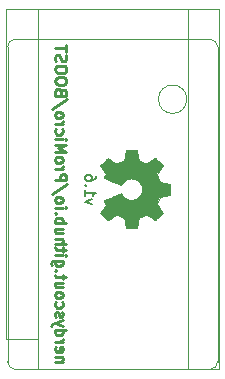
<source format=gbr>
%TF.GenerationSoftware,KiCad,Pcbnew,5.1.5+dfsg1-2~bpo10+1*%
%TF.CreationDate,Date%
%TF.ProjectId,ProMicro_BOOST,50726f4d-6963-4726-9f5f-424f4f53542e,v1.6*%
%TF.SameCoordinates,Original*%
%TF.FileFunction,Legend,Bot*%
%TF.FilePolarity,Positive*%
%FSLAX45Y45*%
G04 Gerber Fmt 4.5, Leading zero omitted, Abs format (unit mm)*
G04 Created by KiCad*
%MOMM*%
%LPD*%
G04 APERTURE LIST*
%ADD10C,0.100000*%
%ADD11C,0.200000*%
%ADD12C,0.237500*%
%ADD13C,0.010000*%
%ADD14C,0.120000*%
%ADD15O,1.600000X1.600000*%
%ADD16R,1.600000X1.600000*%
%ADD17C,2.000000*%
G04 APERTURE END LIST*
D10*
X-127000Y-63500D02*
X-127000Y2603500D01*
X1651000Y2603500D02*
X1651000Y-63500D01*
D11*
X590786Y1268429D02*
X530786Y1289857D01*
X590786Y1311286D01*
X530786Y1392714D02*
X530786Y1341286D01*
X530786Y1367000D02*
X620786Y1367000D01*
X607929Y1358429D01*
X599357Y1349857D01*
X595071Y1341286D01*
X539357Y1431286D02*
X535071Y1435571D01*
X530786Y1431286D01*
X535071Y1427000D01*
X539357Y1431286D01*
X530786Y1431286D01*
X620786Y1512714D02*
X620786Y1495571D01*
X616500Y1487000D01*
X612214Y1482714D01*
X599357Y1474143D01*
X582214Y1469857D01*
X547929Y1469857D01*
X539357Y1474143D01*
X535071Y1478429D01*
X530786Y1487000D01*
X530786Y1504143D01*
X535071Y1512714D01*
X539357Y1517000D01*
X547929Y1521286D01*
X569357Y1521286D01*
X577929Y1517000D01*
X582214Y1512714D01*
X586500Y1504143D01*
X586500Y1487000D01*
X582214Y1478429D01*
X577929Y1474143D01*
X569357Y1469857D01*
D10*
X1651000Y-63500D02*
G75*
G02X1587500Y-127000I-63500J0D01*
G01*
X-63500Y-127000D02*
G75*
G02X-127000Y-63500I0J63500D01*
G01*
X-127000Y2603500D02*
G75*
G02X-63500Y2667000I63500J0D01*
G01*
X1587500Y2667000D02*
G75*
G02X1651000Y2603500I0J-63500D01*
G01*
D12*
X337857Y-62262D02*
X274524Y-62262D01*
X328810Y-62262D02*
X333333Y-57738D01*
X337857Y-48690D01*
X337857Y-35119D01*
X333333Y-26071D01*
X324286Y-21548D01*
X274524Y-21548D01*
X279048Y59881D02*
X274524Y50833D01*
X274524Y32738D01*
X279048Y23690D01*
X288095Y19167D01*
X324286Y19167D01*
X333333Y23690D01*
X337857Y32738D01*
X337857Y50833D01*
X333333Y59881D01*
X324286Y64405D01*
X315238Y64405D01*
X306190Y19167D01*
X274524Y105119D02*
X337857Y105119D01*
X319762Y105119D02*
X328810Y109643D01*
X333333Y114167D01*
X337857Y123214D01*
X337857Y132262D01*
X274524Y204643D02*
X369524Y204643D01*
X279048Y204643D02*
X274524Y195595D01*
X274524Y177500D01*
X279048Y168452D01*
X283571Y163929D01*
X292619Y159405D01*
X319762Y159405D01*
X328810Y163929D01*
X333333Y168452D01*
X337857Y177500D01*
X337857Y195595D01*
X333333Y204643D01*
X337857Y240833D02*
X274524Y263452D01*
X337857Y286072D02*
X274524Y263452D01*
X251905Y254405D01*
X247381Y249881D01*
X242857Y240833D01*
X279048Y317738D02*
X274524Y326786D01*
X274524Y344881D01*
X279048Y353929D01*
X288095Y358452D01*
X292619Y358452D01*
X301667Y353929D01*
X306190Y344881D01*
X306190Y331310D01*
X310714Y322262D01*
X319762Y317738D01*
X324286Y317738D01*
X333333Y322262D01*
X337857Y331310D01*
X337857Y344881D01*
X333333Y353929D01*
X279048Y439881D02*
X274524Y430833D01*
X274524Y412738D01*
X279048Y403690D01*
X283571Y399167D01*
X292619Y394643D01*
X319762Y394643D01*
X328810Y399167D01*
X333333Y403690D01*
X337857Y412738D01*
X337857Y430833D01*
X333333Y439881D01*
X274524Y494167D02*
X279048Y485119D01*
X283571Y480595D01*
X292619Y476071D01*
X319762Y476071D01*
X328810Y480595D01*
X333333Y485119D01*
X337857Y494167D01*
X337857Y507738D01*
X333333Y516786D01*
X328810Y521310D01*
X319762Y525833D01*
X292619Y525833D01*
X283571Y521310D01*
X279048Y516786D01*
X274524Y507738D01*
X274524Y494167D01*
X337857Y607262D02*
X274524Y607262D01*
X337857Y566548D02*
X288095Y566548D01*
X279048Y571072D01*
X274524Y580119D01*
X274524Y593691D01*
X279048Y602738D01*
X283571Y607262D01*
X337857Y638929D02*
X337857Y675119D01*
X369524Y652500D02*
X288095Y652500D01*
X279048Y657024D01*
X274524Y666072D01*
X274524Y675119D01*
X283571Y706786D02*
X279048Y711310D01*
X274524Y706786D01*
X279048Y702262D01*
X283571Y706786D01*
X274524Y706786D01*
X337857Y792738D02*
X260952Y792738D01*
X251905Y788214D01*
X247381Y783690D01*
X242857Y774643D01*
X242857Y761071D01*
X247381Y752024D01*
X279048Y792738D02*
X274524Y783690D01*
X274524Y765595D01*
X279048Y756548D01*
X283571Y752024D01*
X292619Y747500D01*
X319762Y747500D01*
X328810Y752024D01*
X333333Y756548D01*
X337857Y765595D01*
X337857Y783690D01*
X333333Y792738D01*
X274524Y837976D02*
X337857Y837976D01*
X369524Y837976D02*
X365000Y833452D01*
X360476Y837976D01*
X365000Y842500D01*
X369524Y837976D01*
X360476Y837976D01*
X337857Y869643D02*
X337857Y905833D01*
X369524Y883214D02*
X288095Y883214D01*
X279048Y887738D01*
X274524Y896786D01*
X274524Y905833D01*
X274524Y937500D02*
X369524Y937500D01*
X274524Y978214D02*
X324286Y978214D01*
X333333Y973690D01*
X337857Y964643D01*
X337857Y951071D01*
X333333Y942024D01*
X328810Y937500D01*
X337857Y1064167D02*
X274524Y1064167D01*
X337857Y1023452D02*
X288095Y1023452D01*
X279048Y1027976D01*
X274524Y1037024D01*
X274524Y1050595D01*
X279048Y1059643D01*
X283571Y1064167D01*
X274524Y1109405D02*
X369524Y1109405D01*
X333333Y1109405D02*
X337857Y1118452D01*
X337857Y1136548D01*
X333333Y1145595D01*
X328810Y1150119D01*
X319762Y1154643D01*
X292619Y1154643D01*
X283571Y1150119D01*
X279048Y1145595D01*
X274524Y1136548D01*
X274524Y1118452D01*
X279048Y1109405D01*
X283571Y1195357D02*
X279048Y1199881D01*
X274524Y1195357D01*
X279048Y1190833D01*
X283571Y1195357D01*
X274524Y1195357D01*
X274524Y1240595D02*
X337857Y1240595D01*
X369524Y1240595D02*
X365000Y1236072D01*
X360476Y1240595D01*
X365000Y1245119D01*
X369524Y1240595D01*
X360476Y1240595D01*
X274524Y1299405D02*
X279048Y1290357D01*
X283571Y1285833D01*
X292619Y1281310D01*
X319762Y1281310D01*
X328810Y1285833D01*
X333333Y1290357D01*
X337857Y1299405D01*
X337857Y1312976D01*
X333333Y1322024D01*
X328810Y1326548D01*
X319762Y1331072D01*
X292619Y1331072D01*
X283571Y1326548D01*
X279048Y1322024D01*
X274524Y1312976D01*
X274524Y1299405D01*
X374048Y1439643D02*
X251905Y1358214D01*
X274524Y1471310D02*
X369524Y1471310D01*
X369524Y1507500D01*
X365000Y1516548D01*
X360476Y1521071D01*
X351428Y1525595D01*
X337857Y1525595D01*
X328810Y1521071D01*
X324286Y1516548D01*
X319762Y1507500D01*
X319762Y1471310D01*
X274524Y1566310D02*
X337857Y1566310D01*
X319762Y1566310D02*
X328810Y1570833D01*
X333333Y1575357D01*
X337857Y1584405D01*
X337857Y1593452D01*
X274524Y1638690D02*
X279048Y1629643D01*
X283571Y1625119D01*
X292619Y1620595D01*
X319762Y1620595D01*
X328810Y1625119D01*
X333333Y1629643D01*
X337857Y1638690D01*
X337857Y1652262D01*
X333333Y1661310D01*
X328810Y1665833D01*
X319762Y1670357D01*
X292619Y1670357D01*
X283571Y1665833D01*
X279048Y1661310D01*
X274524Y1652262D01*
X274524Y1638690D01*
X274524Y1711071D02*
X369524Y1711071D01*
X301667Y1742738D01*
X369524Y1774405D01*
X274524Y1774405D01*
X274524Y1819643D02*
X337857Y1819643D01*
X369524Y1819643D02*
X365000Y1815119D01*
X360476Y1819643D01*
X365000Y1824167D01*
X369524Y1819643D01*
X360476Y1819643D01*
X279048Y1905595D02*
X274524Y1896548D01*
X274524Y1878452D01*
X279048Y1869405D01*
X283571Y1864881D01*
X292619Y1860357D01*
X319762Y1860357D01*
X328810Y1864881D01*
X333333Y1869405D01*
X337857Y1878452D01*
X337857Y1896548D01*
X333333Y1905595D01*
X274524Y1946310D02*
X337857Y1946310D01*
X319762Y1946310D02*
X328810Y1950833D01*
X333333Y1955357D01*
X337857Y1964405D01*
X337857Y1973452D01*
X274524Y2018690D02*
X279048Y2009643D01*
X283571Y2005119D01*
X292619Y2000595D01*
X319762Y2000595D01*
X328810Y2005119D01*
X333333Y2009643D01*
X337857Y2018690D01*
X337857Y2032262D01*
X333333Y2041310D01*
X328810Y2045833D01*
X319762Y2050357D01*
X292619Y2050357D01*
X283571Y2045833D01*
X279048Y2041310D01*
X274524Y2032262D01*
X274524Y2018690D01*
X374048Y2158929D02*
X251905Y2077500D01*
X324286Y2222262D02*
X319762Y2235833D01*
X315238Y2240357D01*
X306190Y2244881D01*
X292619Y2244881D01*
X283571Y2240357D01*
X279048Y2235833D01*
X274524Y2226786D01*
X274524Y2190595D01*
X369524Y2190595D01*
X369524Y2222262D01*
X365000Y2231310D01*
X360476Y2235833D01*
X351428Y2240357D01*
X342381Y2240357D01*
X333333Y2235833D01*
X328810Y2231310D01*
X324286Y2222262D01*
X324286Y2190595D01*
X369524Y2303691D02*
X369524Y2321786D01*
X365000Y2330833D01*
X355952Y2339881D01*
X337857Y2344405D01*
X306190Y2344405D01*
X288095Y2339881D01*
X279048Y2330833D01*
X274524Y2321786D01*
X274524Y2303691D01*
X279048Y2294643D01*
X288095Y2285595D01*
X306190Y2281072D01*
X337857Y2281072D01*
X355952Y2285595D01*
X365000Y2294643D01*
X369524Y2303691D01*
X369524Y2403214D02*
X369524Y2421310D01*
X365000Y2430357D01*
X355952Y2439405D01*
X337857Y2443929D01*
X306190Y2443929D01*
X288095Y2439405D01*
X279048Y2430357D01*
X274524Y2421310D01*
X274524Y2403214D01*
X279048Y2394167D01*
X288095Y2385119D01*
X306190Y2380595D01*
X337857Y2380595D01*
X355952Y2385119D01*
X365000Y2394167D01*
X369524Y2403214D01*
X279048Y2480119D02*
X274524Y2493691D01*
X274524Y2516310D01*
X279048Y2525357D01*
X283571Y2529881D01*
X292619Y2534405D01*
X301667Y2534405D01*
X310714Y2529881D01*
X315238Y2525357D01*
X319762Y2516310D01*
X324286Y2498214D01*
X328810Y2489167D01*
X333333Y2484643D01*
X342381Y2480119D01*
X351428Y2480119D01*
X360476Y2484643D01*
X365000Y2489167D01*
X369524Y2498214D01*
X369524Y2520833D01*
X365000Y2534405D01*
X369524Y2561548D02*
X369524Y2615833D01*
X274524Y2588691D02*
X369524Y2588691D01*
D10*
X1587500Y2667000D02*
X-63500Y2667000D01*
X-63500Y-127000D02*
X1587500Y-127000D01*
D13*
G36*
X1205607Y1452581D02*
G01*
X1161145Y1460963D01*
X1148395Y1491892D01*
X1135645Y1522821D01*
X1160875Y1559925D01*
X1167900Y1570316D01*
X1174173Y1579709D01*
X1179406Y1587665D01*
X1183314Y1593747D01*
X1185611Y1597516D01*
X1186106Y1598542D01*
X1184832Y1600391D01*
X1181312Y1604342D01*
X1175994Y1609952D01*
X1169328Y1616779D01*
X1161765Y1624379D01*
X1153753Y1632309D01*
X1145743Y1640127D01*
X1138184Y1647391D01*
X1131526Y1653656D01*
X1126218Y1658480D01*
X1122711Y1661421D01*
X1121538Y1662124D01*
X1119374Y1661112D01*
X1114634Y1658276D01*
X1107781Y1653913D01*
X1099279Y1648322D01*
X1089591Y1641801D01*
X1084065Y1638022D01*
X1073975Y1631134D01*
X1064870Y1625014D01*
X1057203Y1619958D01*
X1051427Y1616263D01*
X1047996Y1614226D01*
X1047275Y1613920D01*
X1045225Y1614614D01*
X1040449Y1616505D01*
X1033617Y1619309D01*
X1025401Y1622739D01*
X1016473Y1626511D01*
X1007504Y1630339D01*
X999166Y1633937D01*
X992131Y1637021D01*
X987069Y1639304D01*
X984653Y1640502D01*
X984558Y1640572D01*
X984096Y1642453D01*
X983067Y1647462D01*
X981571Y1655079D01*
X979710Y1664786D01*
X977584Y1676064D01*
X976358Y1682644D01*
X974064Y1694695D01*
X971880Y1705580D01*
X969928Y1714748D01*
X968325Y1721648D01*
X967192Y1725730D01*
X966833Y1726551D01*
X964399Y1727355D01*
X958904Y1728003D01*
X950989Y1728497D01*
X941297Y1728836D01*
X930471Y1729022D01*
X919153Y1729054D01*
X907986Y1728933D01*
X897613Y1728659D01*
X888676Y1728233D01*
X881817Y1727655D01*
X877680Y1726927D01*
X876819Y1726489D01*
X875787Y1723876D01*
X874311Y1718339D01*
X872565Y1710611D01*
X870722Y1701423D01*
X870126Y1698216D01*
X867293Y1682752D01*
X865012Y1670537D01*
X863192Y1661167D01*
X861742Y1654238D01*
X860571Y1649347D01*
X859588Y1646090D01*
X858704Y1644063D01*
X857828Y1642863D01*
X857654Y1642695D01*
X854863Y1641018D01*
X849430Y1638461D01*
X842022Y1635279D01*
X833303Y1631726D01*
X823939Y1628058D01*
X814595Y1624531D01*
X805935Y1621400D01*
X798626Y1618919D01*
X793332Y1617345D01*
X790719Y1616933D01*
X790627Y1616968D01*
X788491Y1618364D01*
X783792Y1621532D01*
X777017Y1626139D01*
X768658Y1631852D01*
X759202Y1638337D01*
X756515Y1640184D01*
X746772Y1646770D01*
X737884Y1652565D01*
X730359Y1657254D01*
X724708Y1660521D01*
X721442Y1662050D01*
X721041Y1662124D01*
X718932Y1660839D01*
X714754Y1657289D01*
X708955Y1651929D01*
X701986Y1645217D01*
X694296Y1637609D01*
X686332Y1629560D01*
X678544Y1621529D01*
X671381Y1613970D01*
X665293Y1607340D01*
X660728Y1602097D01*
X658135Y1598695D01*
X657712Y1597754D01*
X658709Y1595564D01*
X661398Y1591080D01*
X665326Y1585032D01*
X668488Y1580379D01*
X674290Y1571947D01*
X681122Y1561963D01*
X687942Y1551947D01*
X691593Y1546563D01*
X703920Y1528337D01*
X695648Y1513038D01*
X692024Y1506068D01*
X689207Y1500141D01*
X687601Y1496131D01*
X687377Y1495110D01*
X689028Y1493883D01*
X693692Y1491461D01*
X700939Y1488026D01*
X710339Y1483759D01*
X721463Y1478839D01*
X733878Y1473449D01*
X747157Y1467768D01*
X760867Y1461978D01*
X774580Y1456259D01*
X787864Y1450792D01*
X800290Y1445758D01*
X811427Y1441338D01*
X820846Y1437712D01*
X828116Y1435061D01*
X832806Y1433566D01*
X834417Y1433325D01*
X836471Y1435231D01*
X839807Y1439404D01*
X843730Y1444971D01*
X844040Y1445438D01*
X855558Y1459826D01*
X868995Y1471428D01*
X883922Y1480143D01*
X899909Y1485870D01*
X916526Y1488509D01*
X933345Y1487958D01*
X949934Y1484119D01*
X965866Y1476889D01*
X969351Y1474763D01*
X983426Y1463700D01*
X994729Y1450630D01*
X1003200Y1436006D01*
X1008781Y1420281D01*
X1011413Y1403906D01*
X1011037Y1387333D01*
X1007595Y1371016D01*
X1001028Y1355407D01*
X991276Y1340957D01*
X987319Y1336487D01*
X974930Y1325111D01*
X961888Y1316822D01*
X947268Y1311136D01*
X932791Y1307969D01*
X916514Y1307187D01*
X900156Y1309794D01*
X884270Y1315525D01*
X869409Y1324114D01*
X856126Y1335299D01*
X844974Y1348812D01*
X843799Y1350588D01*
X839949Y1356215D01*
X836614Y1360492D01*
X834484Y1362537D01*
X834417Y1362567D01*
X832113Y1362128D01*
X826884Y1360388D01*
X819161Y1357527D01*
X809373Y1353727D01*
X797951Y1349167D01*
X785324Y1344030D01*
X771923Y1338496D01*
X758178Y1332746D01*
X744519Y1326960D01*
X731376Y1321320D01*
X719179Y1316006D01*
X708359Y1311199D01*
X699345Y1307080D01*
X692568Y1303830D01*
X688457Y1301630D01*
X687377Y1300744D01*
X688218Y1298036D01*
X690473Y1292970D01*
X693739Y1286418D01*
X695648Y1282816D01*
X703920Y1267517D01*
X691593Y1249291D01*
X685277Y1239988D01*
X678327Y1229802D01*
X671784Y1220256D01*
X668488Y1215475D01*
X663973Y1208751D01*
X660394Y1203056D01*
X658206Y1199135D01*
X657744Y1197862D01*
X658992Y1196008D01*
X662475Y1191906D01*
X667832Y1185953D01*
X674702Y1178546D01*
X682722Y1170084D01*
X687871Y1164732D01*
X697071Y1155368D01*
X705300Y1147276D01*
X712205Y1140782D01*
X717436Y1136214D01*
X720638Y1133899D01*
X721288Y1133677D01*
X723761Y1134708D01*
X728759Y1137556D01*
X735779Y1141906D01*
X744312Y1147442D01*
X753854Y1153848D01*
X756515Y1155670D01*
X766183Y1162307D01*
X774888Y1168262D01*
X782140Y1173202D01*
X787451Y1176793D01*
X790330Y1178702D01*
X790627Y1178886D01*
X792922Y1178611D01*
X797966Y1177146D01*
X805096Y1174749D01*
X813645Y1171673D01*
X822949Y1168176D01*
X832343Y1164511D01*
X841160Y1160934D01*
X848737Y1157701D01*
X854407Y1155066D01*
X857506Y1153286D01*
X857654Y1153159D01*
X858540Y1152071D01*
X859416Y1150232D01*
X860372Y1147239D01*
X861500Y1142690D01*
X862891Y1136179D01*
X864634Y1127304D01*
X866820Y1115661D01*
X869541Y1100846D01*
X870126Y1097638D01*
X871963Y1088131D01*
X873759Y1079844D01*
X875343Y1073507D01*
X876540Y1069854D01*
X876819Y1069364D01*
X879293Y1068557D01*
X884821Y1067901D01*
X892761Y1067397D01*
X902470Y1067044D01*
X913306Y1066844D01*
X924626Y1066796D01*
X935787Y1066902D01*
X946147Y1067162D01*
X955063Y1067575D01*
X961893Y1068144D01*
X965993Y1068867D01*
X966833Y1069303D01*
X967679Y1071730D01*
X969056Y1077257D01*
X970845Y1085334D01*
X972925Y1095409D01*
X975178Y1106932D01*
X976358Y1113210D01*
X978585Y1125121D01*
X980602Y1135744D01*
X982308Y1144557D01*
X983603Y1151043D01*
X984384Y1154683D01*
X984558Y1155282D01*
X986511Y1156294D01*
X991216Y1158434D01*
X998000Y1161416D01*
X1006191Y1164956D01*
X1015117Y1168767D01*
X1024106Y1172565D01*
X1032486Y1176064D01*
X1039585Y1178979D01*
X1044731Y1181026D01*
X1047250Y1181918D01*
X1047360Y1181934D01*
X1049348Y1180923D01*
X1053922Y1178088D01*
X1060628Y1173728D01*
X1069012Y1168139D01*
X1078617Y1161621D01*
X1084135Y1157832D01*
X1094252Y1150928D01*
X1103437Y1144795D01*
X1111226Y1139734D01*
X1117153Y1136043D01*
X1120755Y1134022D01*
X1121562Y1133730D01*
X1123442Y1134985D01*
X1127454Y1138454D01*
X1133151Y1143694D01*
X1140082Y1150262D01*
X1147797Y1157714D01*
X1155848Y1165609D01*
X1163784Y1173502D01*
X1171156Y1180950D01*
X1177515Y1187511D01*
X1182411Y1192740D01*
X1185394Y1196196D01*
X1186106Y1197352D01*
X1185105Y1199235D01*
X1182292Y1203737D01*
X1177955Y1210421D01*
X1172378Y1218850D01*
X1165849Y1228586D01*
X1160875Y1235929D01*
X1135645Y1273033D01*
X1161145Y1334891D01*
X1205607Y1343273D01*
X1250069Y1351655D01*
X1250069Y1444199D01*
X1205607Y1452581D01*
G37*
X1205607Y1452581D02*
X1161145Y1460963D01*
X1148395Y1491892D01*
X1135645Y1522821D01*
X1160875Y1559925D01*
X1167900Y1570316D01*
X1174173Y1579709D01*
X1179406Y1587665D01*
X1183314Y1593747D01*
X1185611Y1597516D01*
X1186106Y1598542D01*
X1184832Y1600391D01*
X1181312Y1604342D01*
X1175994Y1609952D01*
X1169328Y1616779D01*
X1161765Y1624379D01*
X1153753Y1632309D01*
X1145743Y1640127D01*
X1138184Y1647391D01*
X1131526Y1653656D01*
X1126218Y1658480D01*
X1122711Y1661421D01*
X1121538Y1662124D01*
X1119374Y1661112D01*
X1114634Y1658276D01*
X1107781Y1653913D01*
X1099279Y1648322D01*
X1089591Y1641801D01*
X1084065Y1638022D01*
X1073975Y1631134D01*
X1064870Y1625014D01*
X1057203Y1619958D01*
X1051427Y1616263D01*
X1047996Y1614226D01*
X1047275Y1613920D01*
X1045225Y1614614D01*
X1040449Y1616505D01*
X1033617Y1619309D01*
X1025401Y1622739D01*
X1016473Y1626511D01*
X1007504Y1630339D01*
X999166Y1633937D01*
X992131Y1637021D01*
X987069Y1639304D01*
X984653Y1640502D01*
X984558Y1640572D01*
X984096Y1642453D01*
X983067Y1647462D01*
X981571Y1655079D01*
X979710Y1664786D01*
X977584Y1676064D01*
X976358Y1682644D01*
X974064Y1694695D01*
X971880Y1705580D01*
X969928Y1714748D01*
X968325Y1721648D01*
X967192Y1725730D01*
X966833Y1726551D01*
X964399Y1727355D01*
X958904Y1728003D01*
X950989Y1728497D01*
X941297Y1728836D01*
X930471Y1729022D01*
X919153Y1729054D01*
X907986Y1728933D01*
X897613Y1728659D01*
X888676Y1728233D01*
X881817Y1727655D01*
X877680Y1726927D01*
X876819Y1726489D01*
X875787Y1723876D01*
X874311Y1718339D01*
X872565Y1710611D01*
X870722Y1701423D01*
X870126Y1698216D01*
X867293Y1682752D01*
X865012Y1670537D01*
X863192Y1661167D01*
X861742Y1654238D01*
X860571Y1649347D01*
X859588Y1646090D01*
X858704Y1644063D01*
X857828Y1642863D01*
X857654Y1642695D01*
X854863Y1641018D01*
X849430Y1638461D01*
X842022Y1635279D01*
X833303Y1631726D01*
X823939Y1628058D01*
X814595Y1624531D01*
X805935Y1621400D01*
X798626Y1618919D01*
X793332Y1617345D01*
X790719Y1616933D01*
X790627Y1616968D01*
X788491Y1618364D01*
X783792Y1621532D01*
X777017Y1626139D01*
X768658Y1631852D01*
X759202Y1638337D01*
X756515Y1640184D01*
X746772Y1646770D01*
X737884Y1652565D01*
X730359Y1657254D01*
X724708Y1660521D01*
X721442Y1662050D01*
X721041Y1662124D01*
X718932Y1660839D01*
X714754Y1657289D01*
X708955Y1651929D01*
X701986Y1645217D01*
X694296Y1637609D01*
X686332Y1629560D01*
X678544Y1621529D01*
X671381Y1613970D01*
X665293Y1607340D01*
X660728Y1602097D01*
X658135Y1598695D01*
X657712Y1597754D01*
X658709Y1595564D01*
X661398Y1591080D01*
X665326Y1585032D01*
X668488Y1580379D01*
X674290Y1571947D01*
X681122Y1561963D01*
X687942Y1551947D01*
X691593Y1546563D01*
X703920Y1528337D01*
X695648Y1513038D01*
X692024Y1506068D01*
X689207Y1500141D01*
X687601Y1496131D01*
X687377Y1495110D01*
X689028Y1493883D01*
X693692Y1491461D01*
X700939Y1488026D01*
X710339Y1483759D01*
X721463Y1478839D01*
X733878Y1473449D01*
X747157Y1467768D01*
X760867Y1461978D01*
X774580Y1456259D01*
X787864Y1450792D01*
X800290Y1445758D01*
X811427Y1441338D01*
X820846Y1437712D01*
X828116Y1435061D01*
X832806Y1433566D01*
X834417Y1433325D01*
X836471Y1435231D01*
X839807Y1439404D01*
X843730Y1444971D01*
X844040Y1445438D01*
X855558Y1459826D01*
X868995Y1471428D01*
X883922Y1480143D01*
X899909Y1485870D01*
X916526Y1488509D01*
X933345Y1487958D01*
X949934Y1484119D01*
X965866Y1476889D01*
X969351Y1474763D01*
X983426Y1463700D01*
X994729Y1450630D01*
X1003200Y1436006D01*
X1008781Y1420281D01*
X1011413Y1403906D01*
X1011037Y1387333D01*
X1007595Y1371016D01*
X1001028Y1355407D01*
X991276Y1340957D01*
X987319Y1336487D01*
X974930Y1325111D01*
X961888Y1316822D01*
X947268Y1311136D01*
X932791Y1307969D01*
X916514Y1307187D01*
X900156Y1309794D01*
X884270Y1315525D01*
X869409Y1324114D01*
X856126Y1335299D01*
X844974Y1348812D01*
X843799Y1350588D01*
X839949Y1356215D01*
X836614Y1360492D01*
X834484Y1362537D01*
X834417Y1362567D01*
X832113Y1362128D01*
X826884Y1360388D01*
X819161Y1357527D01*
X809373Y1353727D01*
X797951Y1349167D01*
X785324Y1344030D01*
X771923Y1338496D01*
X758178Y1332746D01*
X744519Y1326960D01*
X731376Y1321320D01*
X719179Y1316006D01*
X708359Y1311199D01*
X699345Y1307080D01*
X692568Y1303830D01*
X688457Y1301630D01*
X687377Y1300744D01*
X688218Y1298036D01*
X690473Y1292970D01*
X693739Y1286418D01*
X695648Y1282816D01*
X703920Y1267517D01*
X691593Y1249291D01*
X685277Y1239988D01*
X678327Y1229802D01*
X671784Y1220256D01*
X668488Y1215475D01*
X663973Y1208751D01*
X660394Y1203056D01*
X658206Y1199135D01*
X657744Y1197862D01*
X658992Y1196008D01*
X662475Y1191906D01*
X667832Y1185953D01*
X674702Y1178546D01*
X682722Y1170084D01*
X687871Y1164732D01*
X697071Y1155368D01*
X705300Y1147276D01*
X712205Y1140782D01*
X717436Y1136214D01*
X720638Y1133899D01*
X721288Y1133677D01*
X723761Y1134708D01*
X728759Y1137556D01*
X735779Y1141906D01*
X744312Y1147442D01*
X753854Y1153848D01*
X756515Y1155670D01*
X766183Y1162307D01*
X774888Y1168262D01*
X782140Y1173202D01*
X787451Y1176793D01*
X790330Y1178702D01*
X790627Y1178886D01*
X792922Y1178611D01*
X797966Y1177146D01*
X805096Y1174749D01*
X813645Y1171673D01*
X822949Y1168176D01*
X832343Y1164511D01*
X841160Y1160934D01*
X848737Y1157701D01*
X854407Y1155066D01*
X857506Y1153286D01*
X857654Y1153159D01*
X858540Y1152071D01*
X859416Y1150232D01*
X860372Y1147239D01*
X861500Y1142690D01*
X862891Y1136179D01*
X864634Y1127304D01*
X866820Y1115661D01*
X869541Y1100846D01*
X870126Y1097638D01*
X871963Y1088131D01*
X873759Y1079844D01*
X875343Y1073507D01*
X876540Y1069854D01*
X876819Y1069364D01*
X879293Y1068557D01*
X884821Y1067901D01*
X892761Y1067397D01*
X902470Y1067044D01*
X913306Y1066844D01*
X924626Y1066796D01*
X935787Y1066902D01*
X946147Y1067162D01*
X955063Y1067575D01*
X961893Y1068144D01*
X965993Y1068867D01*
X966833Y1069303D01*
X967679Y1071730D01*
X969056Y1077257D01*
X970845Y1085334D01*
X972925Y1095409D01*
X975178Y1106932D01*
X976358Y1113210D01*
X978585Y1125121D01*
X980602Y1135744D01*
X982308Y1144557D01*
X983603Y1151043D01*
X984384Y1154683D01*
X984558Y1155282D01*
X986511Y1156294D01*
X991216Y1158434D01*
X998000Y1161416D01*
X1006191Y1164956D01*
X1015117Y1168767D01*
X1024106Y1172565D01*
X1032486Y1176064D01*
X1039585Y1178979D01*
X1044731Y1181026D01*
X1047250Y1181918D01*
X1047360Y1181934D01*
X1049348Y1180923D01*
X1053922Y1178088D01*
X1060628Y1173728D01*
X1069012Y1168139D01*
X1078617Y1161621D01*
X1084135Y1157832D01*
X1094252Y1150928D01*
X1103437Y1144795D01*
X1111226Y1139734D01*
X1117153Y1136043D01*
X1120755Y1134022D01*
X1121562Y1133730D01*
X1123442Y1134985D01*
X1127454Y1138454D01*
X1133151Y1143694D01*
X1140082Y1150262D01*
X1147797Y1157714D01*
X1155848Y1165609D01*
X1163784Y1173502D01*
X1171156Y1180950D01*
X1177515Y1187511D01*
X1182411Y1192740D01*
X1185394Y1196196D01*
X1186106Y1197352D01*
X1185105Y1199235D01*
X1182292Y1203737D01*
X1177955Y1210421D01*
X1172378Y1218850D01*
X1165849Y1228586D01*
X1160875Y1235929D01*
X1135645Y1273033D01*
X1161145Y1334891D01*
X1205607Y1343273D01*
X1250069Y1351655D01*
X1250069Y1444199D01*
X1205607Y1452581D01*
D14*
X-140000Y127000D02*
X-140000Y2921000D01*
X1397000Y-127000D02*
X1397000Y2921000D01*
X127000Y127000D02*
X-140000Y127000D01*
X127000Y-127000D02*
X127000Y2921000D01*
X-140000Y2921000D02*
X1664000Y2921000D01*
X1664000Y2921000D02*
X1664000Y-127000D01*
X1664000Y-127000D02*
X127000Y-127000D01*
X1390000Y2159000D02*
G75*
G03X1390000Y2159000I-120000J0D01*
G01*
%LPC*%
D15*
X1524000Y0D03*
X1524000Y254000D03*
X1524000Y508000D03*
X0Y2794000D03*
X1524000Y762000D03*
X0Y2540000D03*
X1524000Y1016000D03*
X0Y2286000D03*
X1524000Y1270000D03*
X0Y2032000D03*
X1524000Y1524000D03*
X0Y1778000D03*
X1524000Y1778000D03*
X0Y1524000D03*
X1524000Y2032000D03*
X0Y1270000D03*
X1524000Y2286000D03*
X0Y1016000D03*
X1524000Y2540000D03*
X0Y762000D03*
X1524000Y2794000D03*
X0Y508000D03*
X0Y254000D03*
D16*
X0Y0D03*
D17*
X1270000Y2159000D03*
M02*

</source>
